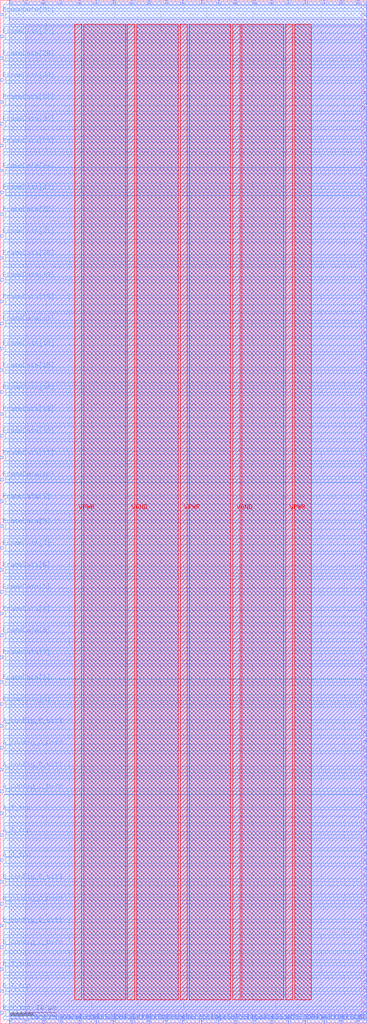
<source format=lef>
VERSION 5.7 ;
  NOWIREEXTENSIONATPIN ON ;
  DIVIDERCHAR "/" ;
  BUSBITCHARS "[]" ;
MACRO W_IO
  CLASS BLOCK ;
  FOREIGN W_IO ;
  ORIGIN 0.000 0.000 ;
  SIZE 80.000 BY 223.115 ;
  PIN A_I_top
    DIRECTION OUTPUT TRISTATE ;
    USE SIGNAL ;
    PORT
      LAYER met3 ;
        RECT 0.000 45.600 0.800 46.200 ;
    END
  END A_I_top
  PIN A_O_top
    DIRECTION INPUT ;
    USE SIGNAL ;
    PORT
      LAYER met3 ;
        RECT 0.000 35.400 0.800 36.000 ;
    END
  END A_O_top
  PIN A_T_top
    DIRECTION OUTPUT TRISTATE ;
    USE SIGNAL ;
    PORT
      LAYER met3 ;
        RECT 0.000 40.840 0.800 41.440 ;
    END
  END A_T_top
  PIN A_config_C_bit0
    DIRECTION OUTPUT TRISTATE ;
    USE SIGNAL ;
    PORT
      LAYER met3 ;
        RECT 0.000 50.360 0.800 50.960 ;
    END
  END A_config_C_bit0
  PIN A_config_C_bit1
    DIRECTION OUTPUT TRISTATE ;
    USE SIGNAL ;
    PORT
      LAYER met3 ;
        RECT 0.000 55.120 0.800 55.720 ;
    END
  END A_config_C_bit1
  PIN A_config_C_bit2
    DIRECTION OUTPUT TRISTATE ;
    USE SIGNAL ;
    PORT
      LAYER met3 ;
        RECT 0.000 59.880 0.800 60.480 ;
    END
  END A_config_C_bit2
  PIN A_config_C_bit3
    DIRECTION OUTPUT TRISTATE ;
    USE SIGNAL ;
    PORT
      LAYER met3 ;
        RECT 0.000 64.640 0.800 65.240 ;
    END
  END A_config_C_bit3
  PIN B_I_top
    DIRECTION OUTPUT TRISTATE ;
    USE SIGNAL ;
    PORT
      LAYER met3 ;
        RECT 0.000 11.600 0.800 12.200 ;
    END
  END B_I_top
  PIN B_O_top
    DIRECTION INPUT ;
    USE SIGNAL ;
    PORT
      LAYER met3 ;
        RECT 0.000 2.080 0.800 2.680 ;
    END
  END B_O_top
  PIN B_T_top
    DIRECTION OUTPUT TRISTATE ;
    USE SIGNAL ;
    PORT
      LAYER met3 ;
        RECT 0.000 6.840 0.800 7.440 ;
    END
  END B_T_top
  PIN B_config_C_bit0
    DIRECTION OUTPUT TRISTATE ;
    USE SIGNAL ;
    PORT
      LAYER met3 ;
        RECT 0.000 16.360 0.800 16.960 ;
    END
  END B_config_C_bit0
  PIN B_config_C_bit1
    DIRECTION OUTPUT TRISTATE ;
    USE SIGNAL ;
    PORT
      LAYER met3 ;
        RECT 0.000 21.120 0.800 21.720 ;
    END
  END B_config_C_bit1
  PIN B_config_C_bit2
    DIRECTION OUTPUT TRISTATE ;
    USE SIGNAL ;
    PORT
      LAYER met3 ;
        RECT 0.000 25.880 0.800 26.480 ;
    END
  END B_config_C_bit2
  PIN B_config_C_bit3
    DIRECTION OUTPUT TRISTATE ;
    USE SIGNAL ;
    PORT
      LAYER met3 ;
        RECT 0.000 30.640 0.800 31.240 ;
    END
  END B_config_C_bit3
  PIN E1BEG[0]
    DIRECTION OUTPUT TRISTATE ;
    USE SIGNAL ;
    PORT
      LAYER met3 ;
        RECT 79.200 84.360 80.000 84.960 ;
    END
  END E1BEG[0]
  PIN E1BEG[1]
    DIRECTION OUTPUT TRISTATE ;
    USE SIGNAL ;
    PORT
      LAYER met3 ;
        RECT 79.200 85.720 80.000 86.320 ;
    END
  END E1BEG[1]
  PIN E1BEG[2]
    DIRECTION OUTPUT TRISTATE ;
    USE SIGNAL ;
    PORT
      LAYER met3 ;
        RECT 79.200 87.760 80.000 88.360 ;
    END
  END E1BEG[2]
  PIN E1BEG[3]
    DIRECTION OUTPUT TRISTATE ;
    USE SIGNAL ;
    PORT
      LAYER met3 ;
        RECT 79.200 89.120 80.000 89.720 ;
    END
  END E1BEG[3]
  PIN E2BEG[0]
    DIRECTION OUTPUT TRISTATE ;
    USE SIGNAL ;
    PORT
      LAYER met3 ;
        RECT 79.200 91.160 80.000 91.760 ;
    END
  END E2BEG[0]
  PIN E2BEG[1]
    DIRECTION OUTPUT TRISTATE ;
    USE SIGNAL ;
    PORT
      LAYER met3 ;
        RECT 79.200 92.520 80.000 93.120 ;
    END
  END E2BEG[1]
  PIN E2BEG[2]
    DIRECTION OUTPUT TRISTATE ;
    USE SIGNAL ;
    PORT
      LAYER met3 ;
        RECT 79.200 94.560 80.000 95.160 ;
    END
  END E2BEG[2]
  PIN E2BEG[3]
    DIRECTION OUTPUT TRISTATE ;
    USE SIGNAL ;
    PORT
      LAYER met3 ;
        RECT 79.200 95.920 80.000 96.520 ;
    END
  END E2BEG[3]
  PIN E2BEG[4]
    DIRECTION OUTPUT TRISTATE ;
    USE SIGNAL ;
    PORT
      LAYER met3 ;
        RECT 79.200 97.960 80.000 98.560 ;
    END
  END E2BEG[4]
  PIN E2BEG[5]
    DIRECTION OUTPUT TRISTATE ;
    USE SIGNAL ;
    PORT
      LAYER met3 ;
        RECT 79.200 100.000 80.000 100.600 ;
    END
  END E2BEG[5]
  PIN E2BEG[6]
    DIRECTION OUTPUT TRISTATE ;
    USE SIGNAL ;
    PORT
      LAYER met3 ;
        RECT 79.200 101.360 80.000 101.960 ;
    END
  END E2BEG[6]
  PIN E2BEG[7]
    DIRECTION OUTPUT TRISTATE ;
    USE SIGNAL ;
    PORT
      LAYER met3 ;
        RECT 79.200 103.400 80.000 104.000 ;
    END
  END E2BEG[7]
  PIN E2BEGb[0]
    DIRECTION OUTPUT TRISTATE ;
    USE SIGNAL ;
    PORT
      LAYER met3 ;
        RECT 79.200 104.760 80.000 105.360 ;
    END
  END E2BEGb[0]
  PIN E2BEGb[1]
    DIRECTION OUTPUT TRISTATE ;
    USE SIGNAL ;
    PORT
      LAYER met3 ;
        RECT 79.200 106.800 80.000 107.400 ;
    END
  END E2BEGb[1]
  PIN E2BEGb[2]
    DIRECTION OUTPUT TRISTATE ;
    USE SIGNAL ;
    PORT
      LAYER met3 ;
        RECT 79.200 108.160 80.000 108.760 ;
    END
  END E2BEGb[2]
  PIN E2BEGb[3]
    DIRECTION OUTPUT TRISTATE ;
    USE SIGNAL ;
    PORT
      LAYER met3 ;
        RECT 79.200 110.200 80.000 110.800 ;
    END
  END E2BEGb[3]
  PIN E2BEGb[4]
    DIRECTION OUTPUT TRISTATE ;
    USE SIGNAL ;
    PORT
      LAYER met3 ;
        RECT 79.200 112.240 80.000 112.840 ;
    END
  END E2BEGb[4]
  PIN E2BEGb[5]
    DIRECTION OUTPUT TRISTATE ;
    USE SIGNAL ;
    PORT
      LAYER met3 ;
        RECT 79.200 113.600 80.000 114.200 ;
    END
  END E2BEGb[5]
  PIN E2BEGb[6]
    DIRECTION OUTPUT TRISTATE ;
    USE SIGNAL ;
    PORT
      LAYER met3 ;
        RECT 79.200 115.640 80.000 116.240 ;
    END
  END E2BEGb[6]
  PIN E2BEGb[7]
    DIRECTION OUTPUT TRISTATE ;
    USE SIGNAL ;
    PORT
      LAYER met3 ;
        RECT 79.200 117.000 80.000 117.600 ;
    END
  END E2BEGb[7]
  PIN E6BEG[0]
    DIRECTION OUTPUT TRISTATE ;
    USE SIGNAL ;
    PORT
      LAYER met3 ;
        RECT 79.200 146.920 80.000 147.520 ;
    END
  END E6BEG[0]
  PIN E6BEG[10]
    DIRECTION OUTPUT TRISTATE ;
    USE SIGNAL ;
    PORT
      LAYER met3 ;
        RECT 79.200 163.920 80.000 164.520 ;
    END
  END E6BEG[10]
  PIN E6BEG[11]
    DIRECTION OUTPUT TRISTATE ;
    USE SIGNAL ;
    PORT
      LAYER met3 ;
        RECT 79.200 165.960 80.000 166.560 ;
    END
  END E6BEG[11]
  PIN E6BEG[1]
    DIRECTION OUTPUT TRISTATE ;
    USE SIGNAL ;
    PORT
      LAYER met3 ;
        RECT 79.200 148.280 80.000 148.880 ;
    END
  END E6BEG[1]
  PIN E6BEG[2]
    DIRECTION OUTPUT TRISTATE ;
    USE SIGNAL ;
    PORT
      LAYER met3 ;
        RECT 79.200 150.320 80.000 150.920 ;
    END
  END E6BEG[2]
  PIN E6BEG[3]
    DIRECTION OUTPUT TRISTATE ;
    USE SIGNAL ;
    PORT
      LAYER met3 ;
        RECT 79.200 151.680 80.000 152.280 ;
    END
  END E6BEG[3]
  PIN E6BEG[4]
    DIRECTION OUTPUT TRISTATE ;
    USE SIGNAL ;
    PORT
      LAYER met3 ;
        RECT 79.200 153.720 80.000 154.320 ;
    END
  END E6BEG[4]
  PIN E6BEG[5]
    DIRECTION OUTPUT TRISTATE ;
    USE SIGNAL ;
    PORT
      LAYER met3 ;
        RECT 79.200 155.760 80.000 156.360 ;
    END
  END E6BEG[5]
  PIN E6BEG[6]
    DIRECTION OUTPUT TRISTATE ;
    USE SIGNAL ;
    PORT
      LAYER met3 ;
        RECT 79.200 157.120 80.000 157.720 ;
    END
  END E6BEG[6]
  PIN E6BEG[7]
    DIRECTION OUTPUT TRISTATE ;
    USE SIGNAL ;
    PORT
      LAYER met3 ;
        RECT 79.200 159.160 80.000 159.760 ;
    END
  END E6BEG[7]
  PIN E6BEG[8]
    DIRECTION OUTPUT TRISTATE ;
    USE SIGNAL ;
    PORT
      LAYER met3 ;
        RECT 79.200 160.520 80.000 161.120 ;
    END
  END E6BEG[8]
  PIN E6BEG[9]
    DIRECTION OUTPUT TRISTATE ;
    USE SIGNAL ;
    PORT
      LAYER met3 ;
        RECT 79.200 162.560 80.000 163.160 ;
    END
  END E6BEG[9]
  PIN EE4BEG[0]
    DIRECTION OUTPUT TRISTATE ;
    USE SIGNAL ;
    PORT
      LAYER met3 ;
        RECT 79.200 119.040 80.000 119.640 ;
    END
  END EE4BEG[0]
  PIN EE4BEG[10]
    DIRECTION OUTPUT TRISTATE ;
    USE SIGNAL ;
    PORT
      LAYER met3 ;
        RECT 79.200 136.040 80.000 136.640 ;
    END
  END EE4BEG[10]
  PIN EE4BEG[11]
    DIRECTION OUTPUT TRISTATE ;
    USE SIGNAL ;
    PORT
      LAYER met3 ;
        RECT 79.200 138.080 80.000 138.680 ;
    END
  END EE4BEG[11]
  PIN EE4BEG[12]
    DIRECTION OUTPUT TRISTATE ;
    USE SIGNAL ;
    PORT
      LAYER met3 ;
        RECT 79.200 140.120 80.000 140.720 ;
    END
  END EE4BEG[12]
  PIN EE4BEG[13]
    DIRECTION OUTPUT TRISTATE ;
    USE SIGNAL ;
    PORT
      LAYER met3 ;
        RECT 79.200 141.480 80.000 142.080 ;
    END
  END EE4BEG[13]
  PIN EE4BEG[14]
    DIRECTION OUTPUT TRISTATE ;
    USE SIGNAL ;
    PORT
      LAYER met3 ;
        RECT 79.200 143.520 80.000 144.120 ;
    END
  END EE4BEG[14]
  PIN EE4BEG[15]
    DIRECTION OUTPUT TRISTATE ;
    USE SIGNAL ;
    PORT
      LAYER met3 ;
        RECT 79.200 144.880 80.000 145.480 ;
    END
  END EE4BEG[15]
  PIN EE4BEG[1]
    DIRECTION OUTPUT TRISTATE ;
    USE SIGNAL ;
    PORT
      LAYER met3 ;
        RECT 79.200 120.400 80.000 121.000 ;
    END
  END EE4BEG[1]
  PIN EE4BEG[2]
    DIRECTION OUTPUT TRISTATE ;
    USE SIGNAL ;
    PORT
      LAYER met3 ;
        RECT 79.200 122.440 80.000 123.040 ;
    END
  END EE4BEG[2]
  PIN EE4BEG[3]
    DIRECTION OUTPUT TRISTATE ;
    USE SIGNAL ;
    PORT
      LAYER met3 ;
        RECT 79.200 123.800 80.000 124.400 ;
    END
  END EE4BEG[3]
  PIN EE4BEG[4]
    DIRECTION OUTPUT TRISTATE ;
    USE SIGNAL ;
    PORT
      LAYER met3 ;
        RECT 79.200 125.840 80.000 126.440 ;
    END
  END EE4BEG[4]
  PIN EE4BEG[5]
    DIRECTION OUTPUT TRISTATE ;
    USE SIGNAL ;
    PORT
      LAYER met3 ;
        RECT 79.200 127.880 80.000 128.480 ;
    END
  END EE4BEG[5]
  PIN EE4BEG[6]
    DIRECTION OUTPUT TRISTATE ;
    USE SIGNAL ;
    PORT
      LAYER met3 ;
        RECT 79.200 129.240 80.000 129.840 ;
    END
  END EE4BEG[6]
  PIN EE4BEG[7]
    DIRECTION OUTPUT TRISTATE ;
    USE SIGNAL ;
    PORT
      LAYER met3 ;
        RECT 79.200 131.280 80.000 131.880 ;
    END
  END EE4BEG[7]
  PIN EE4BEG[8]
    DIRECTION OUTPUT TRISTATE ;
    USE SIGNAL ;
    PORT
      LAYER met3 ;
        RECT 79.200 132.640 80.000 133.240 ;
    END
  END EE4BEG[8]
  PIN EE4BEG[9]
    DIRECTION OUTPUT TRISTATE ;
    USE SIGNAL ;
    PORT
      LAYER met3 ;
        RECT 79.200 134.680 80.000 135.280 ;
    END
  END EE4BEG[9]
  PIN FrameData[0]
    DIRECTION INPUT ;
    USE SIGNAL ;
    PORT
      LAYER met3 ;
        RECT 0.000 69.400 0.800 70.000 ;
    END
  END FrameData[0]
  PIN FrameData[10]
    DIRECTION INPUT ;
    USE SIGNAL ;
    PORT
      LAYER met3 ;
        RECT 0.000 118.360 0.800 118.960 ;
    END
  END FrameData[10]
  PIN FrameData[11]
    DIRECTION INPUT ;
    USE SIGNAL ;
    PORT
      LAYER met3 ;
        RECT 0.000 123.120 0.800 123.720 ;
    END
  END FrameData[11]
  PIN FrameData[12]
    DIRECTION INPUT ;
    USE SIGNAL ;
    PORT
      LAYER met3 ;
        RECT 0.000 127.880 0.800 128.480 ;
    END
  END FrameData[12]
  PIN FrameData[13]
    DIRECTION INPUT ;
    USE SIGNAL ;
    PORT
      LAYER met3 ;
        RECT 0.000 132.640 0.800 133.240 ;
    END
  END FrameData[13]
  PIN FrameData[14]
    DIRECTION INPUT ;
    USE SIGNAL ;
    PORT
      LAYER met3 ;
        RECT 0.000 137.400 0.800 138.000 ;
    END
  END FrameData[14]
  PIN FrameData[15]
    DIRECTION INPUT ;
    USE SIGNAL ;
    PORT
      LAYER met3 ;
        RECT 0.000 142.160 0.800 142.760 ;
    END
  END FrameData[15]
  PIN FrameData[16]
    DIRECTION INPUT ;
    USE SIGNAL ;
    PORT
      LAYER met3 ;
        RECT 0.000 146.920 0.800 147.520 ;
    END
  END FrameData[16]
  PIN FrameData[17]
    DIRECTION INPUT ;
    USE SIGNAL ;
    PORT
      LAYER met3 ;
        RECT 0.000 152.360 0.800 152.960 ;
    END
  END FrameData[17]
  PIN FrameData[18]
    DIRECTION INPUT ;
    USE SIGNAL ;
    PORT
      LAYER met3 ;
        RECT 0.000 157.120 0.800 157.720 ;
    END
  END FrameData[18]
  PIN FrameData[19]
    DIRECTION INPUT ;
    USE SIGNAL ;
    PORT
      LAYER met3 ;
        RECT 0.000 161.880 0.800 162.480 ;
    END
  END FrameData[19]
  PIN FrameData[1]
    DIRECTION INPUT ;
    USE SIGNAL ;
    PORT
      LAYER met3 ;
        RECT 0.000 74.160 0.800 74.760 ;
    END
  END FrameData[1]
  PIN FrameData[20]
    DIRECTION INPUT ;
    USE SIGNAL ;
    PORT
      LAYER met3 ;
        RECT 0.000 166.640 0.800 167.240 ;
    END
  END FrameData[20]
  PIN FrameData[21]
    DIRECTION INPUT ;
    USE SIGNAL ;
    PORT
      LAYER met3 ;
        RECT 0.000 171.400 0.800 172.000 ;
    END
  END FrameData[21]
  PIN FrameData[22]
    DIRECTION INPUT ;
    USE SIGNAL ;
    PORT
      LAYER met3 ;
        RECT 0.000 176.160 0.800 176.760 ;
    END
  END FrameData[22]
  PIN FrameData[23]
    DIRECTION INPUT ;
    USE SIGNAL ;
    PORT
      LAYER met3 ;
        RECT 0.000 180.920 0.800 181.520 ;
    END
  END FrameData[23]
  PIN FrameData[24]
    DIRECTION INPUT ;
    USE SIGNAL ;
    PORT
      LAYER met3 ;
        RECT 0.000 185.680 0.800 186.280 ;
    END
  END FrameData[24]
  PIN FrameData[25]
    DIRECTION INPUT ;
    USE SIGNAL ;
    PORT
      LAYER met3 ;
        RECT 0.000 191.120 0.800 191.720 ;
    END
  END FrameData[25]
  PIN FrameData[26]
    DIRECTION INPUT ;
    USE SIGNAL ;
    PORT
      LAYER met3 ;
        RECT 0.000 195.880 0.800 196.480 ;
    END
  END FrameData[26]
  PIN FrameData[27]
    DIRECTION INPUT ;
    USE SIGNAL ;
    PORT
      LAYER met3 ;
        RECT 0.000 200.640 0.800 201.240 ;
    END
  END FrameData[27]
  PIN FrameData[28]
    DIRECTION INPUT ;
    USE SIGNAL ;
    PORT
      LAYER met3 ;
        RECT 0.000 205.400 0.800 206.000 ;
    END
  END FrameData[28]
  PIN FrameData[29]
    DIRECTION INPUT ;
    USE SIGNAL ;
    PORT
      LAYER met3 ;
        RECT 0.000 210.160 0.800 210.760 ;
    END
  END FrameData[29]
  PIN FrameData[2]
    DIRECTION INPUT ;
    USE SIGNAL ;
    PORT
      LAYER met3 ;
        RECT 0.000 79.600 0.800 80.200 ;
    END
  END FrameData[2]
  PIN FrameData[30]
    DIRECTION INPUT ;
    USE SIGNAL ;
    PORT
      LAYER met3 ;
        RECT 0.000 214.920 0.800 215.520 ;
    END
  END FrameData[30]
  PIN FrameData[31]
    DIRECTION INPUT ;
    USE SIGNAL ;
    PORT
      LAYER met3 ;
        RECT 0.000 219.680 0.800 220.280 ;
    END
  END FrameData[31]
  PIN FrameData[3]
    DIRECTION INPUT ;
    USE SIGNAL ;
    PORT
      LAYER met3 ;
        RECT 0.000 84.360 0.800 84.960 ;
    END
  END FrameData[3]
  PIN FrameData[4]
    DIRECTION INPUT ;
    USE SIGNAL ;
    PORT
      LAYER met3 ;
        RECT 0.000 89.120 0.800 89.720 ;
    END
  END FrameData[4]
  PIN FrameData[5]
    DIRECTION INPUT ;
    USE SIGNAL ;
    PORT
      LAYER met3 ;
        RECT 0.000 93.880 0.800 94.480 ;
    END
  END FrameData[5]
  PIN FrameData[6]
    DIRECTION INPUT ;
    USE SIGNAL ;
    PORT
      LAYER met3 ;
        RECT 0.000 98.640 0.800 99.240 ;
    END
  END FrameData[6]
  PIN FrameData[7]
    DIRECTION INPUT ;
    USE SIGNAL ;
    PORT
      LAYER met3 ;
        RECT 0.000 103.400 0.800 104.000 ;
    END
  END FrameData[7]
  PIN FrameData[8]
    DIRECTION INPUT ;
    USE SIGNAL ;
    PORT
      LAYER met3 ;
        RECT 0.000 108.160 0.800 108.760 ;
    END
  END FrameData[8]
  PIN FrameData[9]
    DIRECTION INPUT ;
    USE SIGNAL ;
    PORT
      LAYER met3 ;
        RECT 0.000 113.600 0.800 114.200 ;
    END
  END FrameData[9]
  PIN FrameData_O[0]
    DIRECTION OUTPUT TRISTATE ;
    USE SIGNAL ;
    PORT
      LAYER met3 ;
        RECT 79.200 168.000 80.000 168.600 ;
    END
  END FrameData_O[0]
  PIN FrameData_O[10]
    DIRECTION OUTPUT TRISTATE ;
    USE SIGNAL ;
    PORT
      LAYER met3 ;
        RECT 79.200 185.000 80.000 185.600 ;
    END
  END FrameData_O[10]
  PIN FrameData_O[11]
    DIRECTION OUTPUT TRISTATE ;
    USE SIGNAL ;
    PORT
      LAYER met3 ;
        RECT 79.200 187.040 80.000 187.640 ;
    END
  END FrameData_O[11]
  PIN FrameData_O[12]
    DIRECTION OUTPUT TRISTATE ;
    USE SIGNAL ;
    PORT
      LAYER met3 ;
        RECT 79.200 188.400 80.000 189.000 ;
    END
  END FrameData_O[12]
  PIN FrameData_O[13]
    DIRECTION OUTPUT TRISTATE ;
    USE SIGNAL ;
    PORT
      LAYER met3 ;
        RECT 79.200 190.440 80.000 191.040 ;
    END
  END FrameData_O[13]
  PIN FrameData_O[14]
    DIRECTION OUTPUT TRISTATE ;
    USE SIGNAL ;
    PORT
      LAYER met3 ;
        RECT 79.200 191.800 80.000 192.400 ;
    END
  END FrameData_O[14]
  PIN FrameData_O[15]
    DIRECTION OUTPUT TRISTATE ;
    USE SIGNAL ;
    PORT
      LAYER met3 ;
        RECT 79.200 193.840 80.000 194.440 ;
    END
  END FrameData_O[15]
  PIN FrameData_O[16]
    DIRECTION OUTPUT TRISTATE ;
    USE SIGNAL ;
    PORT
      LAYER met3 ;
        RECT 79.200 195.880 80.000 196.480 ;
    END
  END FrameData_O[16]
  PIN FrameData_O[17]
    DIRECTION OUTPUT TRISTATE ;
    USE SIGNAL ;
    PORT
      LAYER met3 ;
        RECT 79.200 197.240 80.000 197.840 ;
    END
  END FrameData_O[17]
  PIN FrameData_O[18]
    DIRECTION OUTPUT TRISTATE ;
    USE SIGNAL ;
    PORT
      LAYER met3 ;
        RECT 79.200 199.280 80.000 199.880 ;
    END
  END FrameData_O[18]
  PIN FrameData_O[19]
    DIRECTION OUTPUT TRISTATE ;
    USE SIGNAL ;
    PORT
      LAYER met3 ;
        RECT 79.200 200.640 80.000 201.240 ;
    END
  END FrameData_O[19]
  PIN FrameData_O[1]
    DIRECTION OUTPUT TRISTATE ;
    USE SIGNAL ;
    PORT
      LAYER met3 ;
        RECT 79.200 169.360 80.000 169.960 ;
    END
  END FrameData_O[1]
  PIN FrameData_O[20]
    DIRECTION OUTPUT TRISTATE ;
    USE SIGNAL ;
    PORT
      LAYER met3 ;
        RECT 79.200 202.680 80.000 203.280 ;
    END
  END FrameData_O[20]
  PIN FrameData_O[21]
    DIRECTION OUTPUT TRISTATE ;
    USE SIGNAL ;
    PORT
      LAYER met3 ;
        RECT 79.200 204.040 80.000 204.640 ;
    END
  END FrameData_O[21]
  PIN FrameData_O[22]
    DIRECTION OUTPUT TRISTATE ;
    USE SIGNAL ;
    PORT
      LAYER met3 ;
        RECT 79.200 206.080 80.000 206.680 ;
    END
  END FrameData_O[22]
  PIN FrameData_O[23]
    DIRECTION OUTPUT TRISTATE ;
    USE SIGNAL ;
    PORT
      LAYER met3 ;
        RECT 79.200 207.440 80.000 208.040 ;
    END
  END FrameData_O[23]
  PIN FrameData_O[24]
    DIRECTION OUTPUT TRISTATE ;
    USE SIGNAL ;
    PORT
      LAYER met3 ;
        RECT 79.200 209.480 80.000 210.080 ;
    END
  END FrameData_O[24]
  PIN FrameData_O[25]
    DIRECTION OUTPUT TRISTATE ;
    USE SIGNAL ;
    PORT
      LAYER met3 ;
        RECT 79.200 211.520 80.000 212.120 ;
    END
  END FrameData_O[25]
  PIN FrameData_O[26]
    DIRECTION OUTPUT TRISTATE ;
    USE SIGNAL ;
    PORT
      LAYER met3 ;
        RECT 79.200 212.880 80.000 213.480 ;
    END
  END FrameData_O[26]
  PIN FrameData_O[27]
    DIRECTION OUTPUT TRISTATE ;
    USE SIGNAL ;
    PORT
      LAYER met3 ;
        RECT 79.200 214.920 80.000 215.520 ;
    END
  END FrameData_O[27]
  PIN FrameData_O[28]
    DIRECTION OUTPUT TRISTATE ;
    USE SIGNAL ;
    PORT
      LAYER met3 ;
        RECT 79.200 216.280 80.000 216.880 ;
    END
  END FrameData_O[28]
  PIN FrameData_O[29]
    DIRECTION OUTPUT TRISTATE ;
    USE SIGNAL ;
    PORT
      LAYER met3 ;
        RECT 79.200 218.320 80.000 218.920 ;
    END
  END FrameData_O[29]
  PIN FrameData_O[2]
    DIRECTION OUTPUT TRISTATE ;
    USE SIGNAL ;
    PORT
      LAYER met3 ;
        RECT 79.200 171.400 80.000 172.000 ;
    END
  END FrameData_O[2]
  PIN FrameData_O[30]
    DIRECTION OUTPUT TRISTATE ;
    USE SIGNAL ;
    PORT
      LAYER met3 ;
        RECT 79.200 219.680 80.000 220.280 ;
    END
  END FrameData_O[30]
  PIN FrameData_O[31]
    DIRECTION OUTPUT TRISTATE ;
    USE SIGNAL ;
    PORT
      LAYER met3 ;
        RECT 79.200 221.720 80.000 222.320 ;
    END
  END FrameData_O[31]
  PIN FrameData_O[3]
    DIRECTION OUTPUT TRISTATE ;
    USE SIGNAL ;
    PORT
      LAYER met3 ;
        RECT 79.200 172.760 80.000 173.360 ;
    END
  END FrameData_O[3]
  PIN FrameData_O[4]
    DIRECTION OUTPUT TRISTATE ;
    USE SIGNAL ;
    PORT
      LAYER met3 ;
        RECT 79.200 174.800 80.000 175.400 ;
    END
  END FrameData_O[4]
  PIN FrameData_O[5]
    DIRECTION OUTPUT TRISTATE ;
    USE SIGNAL ;
    PORT
      LAYER met3 ;
        RECT 79.200 176.160 80.000 176.760 ;
    END
  END FrameData_O[5]
  PIN FrameData_O[6]
    DIRECTION OUTPUT TRISTATE ;
    USE SIGNAL ;
    PORT
      LAYER met3 ;
        RECT 79.200 178.200 80.000 178.800 ;
    END
  END FrameData_O[6]
  PIN FrameData_O[7]
    DIRECTION OUTPUT TRISTATE ;
    USE SIGNAL ;
    PORT
      LAYER met3 ;
        RECT 79.200 179.560 80.000 180.160 ;
    END
  END FrameData_O[7]
  PIN FrameData_O[8]
    DIRECTION OUTPUT TRISTATE ;
    USE SIGNAL ;
    PORT
      LAYER met3 ;
        RECT 79.200 181.600 80.000 182.200 ;
    END
  END FrameData_O[8]
  PIN FrameData_O[9]
    DIRECTION OUTPUT TRISTATE ;
    USE SIGNAL ;
    PORT
      LAYER met3 ;
        RECT 79.200 183.640 80.000 184.240 ;
    END
  END FrameData_O[9]
  PIN FrameStrobe[0]
    DIRECTION INPUT ;
    USE SIGNAL ;
    PORT
      LAYER met2 ;
        RECT 5.610 0.000 5.890 0.800 ;
    END
  END FrameStrobe[0]
  PIN FrameStrobe[10]
    DIRECTION INPUT ;
    USE SIGNAL ;
    PORT
      LAYER met2 ;
        RECT 43.790 0.000 44.070 0.800 ;
    END
  END FrameStrobe[10]
  PIN FrameStrobe[11]
    DIRECTION INPUT ;
    USE SIGNAL ;
    PORT
      LAYER met2 ;
        RECT 47.470 0.000 47.750 0.800 ;
    END
  END FrameStrobe[11]
  PIN FrameStrobe[12]
    DIRECTION INPUT ;
    USE SIGNAL ;
    PORT
      LAYER met2 ;
        RECT 51.150 0.000 51.430 0.800 ;
    END
  END FrameStrobe[12]
  PIN FrameStrobe[13]
    DIRECTION INPUT ;
    USE SIGNAL ;
    PORT
      LAYER met2 ;
        RECT 55.290 0.000 55.570 0.800 ;
    END
  END FrameStrobe[13]
  PIN FrameStrobe[14]
    DIRECTION INPUT ;
    USE SIGNAL ;
    PORT
      LAYER met2 ;
        RECT 58.970 0.000 59.250 0.800 ;
    END
  END FrameStrobe[14]
  PIN FrameStrobe[15]
    DIRECTION INPUT ;
    USE SIGNAL ;
    PORT
      LAYER met2 ;
        RECT 62.650 0.000 62.930 0.800 ;
    END
  END FrameStrobe[15]
  PIN FrameStrobe[16]
    DIRECTION INPUT ;
    USE SIGNAL ;
    PORT
      LAYER met2 ;
        RECT 66.330 0.000 66.610 0.800 ;
    END
  END FrameStrobe[16]
  PIN FrameStrobe[17]
    DIRECTION INPUT ;
    USE SIGNAL ;
    PORT
      LAYER met2 ;
        RECT 70.470 0.000 70.750 0.800 ;
    END
  END FrameStrobe[17]
  PIN FrameStrobe[18]
    DIRECTION INPUT ;
    USE SIGNAL ;
    PORT
      LAYER met2 ;
        RECT 74.150 0.000 74.430 0.800 ;
    END
  END FrameStrobe[18]
  PIN FrameStrobe[19]
    DIRECTION INPUT ;
    USE SIGNAL ;
    PORT
      LAYER met2 ;
        RECT 77.830 0.000 78.110 0.800 ;
    END
  END FrameStrobe[19]
  PIN FrameStrobe[1]
    DIRECTION INPUT ;
    USE SIGNAL ;
    PORT
      LAYER met2 ;
        RECT 9.290 0.000 9.570 0.800 ;
    END
  END FrameStrobe[1]
  PIN FrameStrobe[2]
    DIRECTION INPUT ;
    USE SIGNAL ;
    PORT
      LAYER met2 ;
        RECT 12.970 0.000 13.250 0.800 ;
    END
  END FrameStrobe[2]
  PIN FrameStrobe[3]
    DIRECTION INPUT ;
    USE SIGNAL ;
    PORT
      LAYER met2 ;
        RECT 17.110 0.000 17.390 0.800 ;
    END
  END FrameStrobe[3]
  PIN FrameStrobe[4]
    DIRECTION INPUT ;
    USE SIGNAL ;
    PORT
      LAYER met2 ;
        RECT 20.790 0.000 21.070 0.800 ;
    END
  END FrameStrobe[4]
  PIN FrameStrobe[5]
    DIRECTION INPUT ;
    USE SIGNAL ;
    PORT
      LAYER met2 ;
        RECT 24.470 0.000 24.750 0.800 ;
    END
  END FrameStrobe[5]
  PIN FrameStrobe[6]
    DIRECTION INPUT ;
    USE SIGNAL ;
    PORT
      LAYER met2 ;
        RECT 28.610 0.000 28.890 0.800 ;
    END
  END FrameStrobe[6]
  PIN FrameStrobe[7]
    DIRECTION INPUT ;
    USE SIGNAL ;
    PORT
      LAYER met2 ;
        RECT 32.290 0.000 32.570 0.800 ;
    END
  END FrameStrobe[7]
  PIN FrameStrobe[8]
    DIRECTION INPUT ;
    USE SIGNAL ;
    PORT
      LAYER met2 ;
        RECT 35.970 0.000 36.250 0.800 ;
    END
  END FrameStrobe[8]
  PIN FrameStrobe[9]
    DIRECTION INPUT ;
    USE SIGNAL ;
    PORT
      LAYER met2 ;
        RECT 39.650 0.000 39.930 0.800 ;
    END
  END FrameStrobe[9]
  PIN FrameStrobe_O[0]
    DIRECTION OUTPUT TRISTATE ;
    USE SIGNAL ;
    PORT
      LAYER met2 ;
        RECT 5.610 222.315 5.890 223.115 ;
    END
  END FrameStrobe_O[0]
  PIN FrameStrobe_O[10]
    DIRECTION OUTPUT TRISTATE ;
    USE SIGNAL ;
    PORT
      LAYER met2 ;
        RECT 43.790 222.315 44.070 223.115 ;
    END
  END FrameStrobe_O[10]
  PIN FrameStrobe_O[11]
    DIRECTION OUTPUT TRISTATE ;
    USE SIGNAL ;
    PORT
      LAYER met2 ;
        RECT 47.470 222.315 47.750 223.115 ;
    END
  END FrameStrobe_O[11]
  PIN FrameStrobe_O[12]
    DIRECTION OUTPUT TRISTATE ;
    USE SIGNAL ;
    PORT
      LAYER met2 ;
        RECT 51.150 222.315 51.430 223.115 ;
    END
  END FrameStrobe_O[12]
  PIN FrameStrobe_O[13]
    DIRECTION OUTPUT TRISTATE ;
    USE SIGNAL ;
    PORT
      LAYER met2 ;
        RECT 55.290 222.315 55.570 223.115 ;
    END
  END FrameStrobe_O[13]
  PIN FrameStrobe_O[14]
    DIRECTION OUTPUT TRISTATE ;
    USE SIGNAL ;
    PORT
      LAYER met2 ;
        RECT 58.970 222.315 59.250 223.115 ;
    END
  END FrameStrobe_O[14]
  PIN FrameStrobe_O[15]
    DIRECTION OUTPUT TRISTATE ;
    USE SIGNAL ;
    PORT
      LAYER met2 ;
        RECT 62.650 222.315 62.930 223.115 ;
    END
  END FrameStrobe_O[15]
  PIN FrameStrobe_O[16]
    DIRECTION OUTPUT TRISTATE ;
    USE SIGNAL ;
    PORT
      LAYER met2 ;
        RECT 66.330 222.315 66.610 223.115 ;
    END
  END FrameStrobe_O[16]
  PIN FrameStrobe_O[17]
    DIRECTION OUTPUT TRISTATE ;
    USE SIGNAL ;
    PORT
      LAYER met2 ;
        RECT 70.470 222.315 70.750 223.115 ;
    END
  END FrameStrobe_O[17]
  PIN FrameStrobe_O[18]
    DIRECTION OUTPUT TRISTATE ;
    USE SIGNAL ;
    PORT
      LAYER met2 ;
        RECT 74.150 222.315 74.430 223.115 ;
    END
  END FrameStrobe_O[18]
  PIN FrameStrobe_O[19]
    DIRECTION OUTPUT TRISTATE ;
    USE SIGNAL ;
    PORT
      LAYER met2 ;
        RECT 77.830 222.315 78.110 223.115 ;
    END
  END FrameStrobe_O[19]
  PIN FrameStrobe_O[1]
    DIRECTION OUTPUT TRISTATE ;
    USE SIGNAL ;
    PORT
      LAYER met2 ;
        RECT 9.290 222.315 9.570 223.115 ;
    END
  END FrameStrobe_O[1]
  PIN FrameStrobe_O[2]
    DIRECTION OUTPUT TRISTATE ;
    USE SIGNAL ;
    PORT
      LAYER met2 ;
        RECT 12.970 222.315 13.250 223.115 ;
    END
  END FrameStrobe_O[2]
  PIN FrameStrobe_O[3]
    DIRECTION OUTPUT TRISTATE ;
    USE SIGNAL ;
    PORT
      LAYER met2 ;
        RECT 17.110 222.315 17.390 223.115 ;
    END
  END FrameStrobe_O[3]
  PIN FrameStrobe_O[4]
    DIRECTION OUTPUT TRISTATE ;
    USE SIGNAL ;
    PORT
      LAYER met2 ;
        RECT 20.790 222.315 21.070 223.115 ;
    END
  END FrameStrobe_O[4]
  PIN FrameStrobe_O[5]
    DIRECTION OUTPUT TRISTATE ;
    USE SIGNAL ;
    PORT
      LAYER met2 ;
        RECT 24.470 222.315 24.750 223.115 ;
    END
  END FrameStrobe_O[5]
  PIN FrameStrobe_O[6]
    DIRECTION OUTPUT TRISTATE ;
    USE SIGNAL ;
    PORT
      LAYER met2 ;
        RECT 28.610 222.315 28.890 223.115 ;
    END
  END FrameStrobe_O[6]
  PIN FrameStrobe_O[7]
    DIRECTION OUTPUT TRISTATE ;
    USE SIGNAL ;
    PORT
      LAYER met2 ;
        RECT 32.290 222.315 32.570 223.115 ;
    END
  END FrameStrobe_O[7]
  PIN FrameStrobe_O[8]
    DIRECTION OUTPUT TRISTATE ;
    USE SIGNAL ;
    PORT
      LAYER met2 ;
        RECT 35.970 222.315 36.250 223.115 ;
    END
  END FrameStrobe_O[8]
  PIN FrameStrobe_O[9]
    DIRECTION OUTPUT TRISTATE ;
    USE SIGNAL ;
    PORT
      LAYER met2 ;
        RECT 39.650 222.315 39.930 223.115 ;
    END
  END FrameStrobe_O[9]
  PIN UserCLK
    DIRECTION INPUT ;
    USE SIGNAL ;
    PORT
      LAYER met2 ;
        RECT 1.930 0.000 2.210 0.800 ;
    END
  END UserCLK
  PIN UserCLKo
    DIRECTION OUTPUT TRISTATE ;
    USE SIGNAL ;
    PORT
      LAYER met2 ;
        RECT 1.930 222.315 2.210 223.115 ;
    END
  END UserCLKo
  PIN VGND
    DIRECTION INPUT ;
    USE GROUND ;
    PORT
      LAYER met4 ;
        RECT 27.705 5.200 29.305 217.840 ;
    END
    PORT
      LAYER met4 ;
        RECT 50.690 5.200 52.290 217.840 ;
    END
  END VGND
  PIN VPWR
    DIRECTION INPUT ;
    USE POWER ;
    PORT
      LAYER met4 ;
        RECT 16.215 5.200 17.815 217.840 ;
    END
    PORT
      LAYER met4 ;
        RECT 39.200 5.200 40.800 217.840 ;
    END
    PORT
      LAYER met4 ;
        RECT 62.185 5.200 63.785 217.840 ;
    END
  END VPWR
  PIN W1END[0]
    DIRECTION INPUT ;
    USE SIGNAL ;
    PORT
      LAYER met3 ;
        RECT 79.200 0.720 80.000 1.320 ;
    END
  END W1END[0]
  PIN W1END[1]
    DIRECTION INPUT ;
    USE SIGNAL ;
    PORT
      LAYER met3 ;
        RECT 79.200 2.080 80.000 2.680 ;
    END
  END W1END[1]
  PIN W1END[2]
    DIRECTION INPUT ;
    USE SIGNAL ;
    PORT
      LAYER met3 ;
        RECT 79.200 4.120 80.000 4.720 ;
    END
  END W1END[2]
  PIN W1END[3]
    DIRECTION INPUT ;
    USE SIGNAL ;
    PORT
      LAYER met3 ;
        RECT 79.200 5.480 80.000 6.080 ;
    END
  END W1END[3]
  PIN W2END[0]
    DIRECTION INPUT ;
    USE SIGNAL ;
    PORT
      LAYER met3 ;
        RECT 79.200 21.120 80.000 21.720 ;
    END
  END W2END[0]
  PIN W2END[1]
    DIRECTION INPUT ;
    USE SIGNAL ;
    PORT
      LAYER met3 ;
        RECT 79.200 23.160 80.000 23.760 ;
    END
  END W2END[1]
  PIN W2END[2]
    DIRECTION INPUT ;
    USE SIGNAL ;
    PORT
      LAYER met3 ;
        RECT 79.200 24.520 80.000 25.120 ;
    END
  END W2END[2]
  PIN W2END[3]
    DIRECTION INPUT ;
    USE SIGNAL ;
    PORT
      LAYER met3 ;
        RECT 79.200 26.560 80.000 27.160 ;
    END
  END W2END[3]
  PIN W2END[4]
    DIRECTION INPUT ;
    USE SIGNAL ;
    PORT
      LAYER met3 ;
        RECT 79.200 28.600 80.000 29.200 ;
    END
  END W2END[4]
  PIN W2END[5]
    DIRECTION INPUT ;
    USE SIGNAL ;
    PORT
      LAYER met3 ;
        RECT 79.200 29.960 80.000 30.560 ;
    END
  END W2END[5]
  PIN W2END[6]
    DIRECTION INPUT ;
    USE SIGNAL ;
    PORT
      LAYER met3 ;
        RECT 79.200 32.000 80.000 32.600 ;
    END
  END W2END[6]
  PIN W2END[7]
    DIRECTION INPUT ;
    USE SIGNAL ;
    PORT
      LAYER met3 ;
        RECT 79.200 33.360 80.000 33.960 ;
    END
  END W2END[7]
  PIN W2MID[0]
    DIRECTION INPUT ;
    USE SIGNAL ;
    PORT
      LAYER met3 ;
        RECT 79.200 7.520 80.000 8.120 ;
    END
  END W2MID[0]
  PIN W2MID[1]
    DIRECTION INPUT ;
    USE SIGNAL ;
    PORT
      LAYER met3 ;
        RECT 79.200 8.880 80.000 9.480 ;
    END
  END W2MID[1]
  PIN W2MID[2]
    DIRECTION INPUT ;
    USE SIGNAL ;
    PORT
      LAYER met3 ;
        RECT 79.200 10.920 80.000 11.520 ;
    END
  END W2MID[2]
  PIN W2MID[3]
    DIRECTION INPUT ;
    USE SIGNAL ;
    PORT
      LAYER met3 ;
        RECT 79.200 12.280 80.000 12.880 ;
    END
  END W2MID[3]
  PIN W2MID[4]
    DIRECTION INPUT ;
    USE SIGNAL ;
    PORT
      LAYER met3 ;
        RECT 79.200 14.320 80.000 14.920 ;
    END
  END W2MID[4]
  PIN W2MID[5]
    DIRECTION INPUT ;
    USE SIGNAL ;
    PORT
      LAYER met3 ;
        RECT 79.200 16.360 80.000 16.960 ;
    END
  END W2MID[5]
  PIN W2MID[6]
    DIRECTION INPUT ;
    USE SIGNAL ;
    PORT
      LAYER met3 ;
        RECT 79.200 17.720 80.000 18.320 ;
    END
  END W2MID[6]
  PIN W2MID[7]
    DIRECTION INPUT ;
    USE SIGNAL ;
    PORT
      LAYER met3 ;
        RECT 79.200 19.760 80.000 20.360 ;
    END
  END W2MID[7]
  PIN W6END[0]
    DIRECTION INPUT ;
    USE SIGNAL ;
    PORT
      LAYER met3 ;
        RECT 79.200 63.280 80.000 63.880 ;
    END
  END W6END[0]
  PIN W6END[10]
    DIRECTION INPUT ;
    USE SIGNAL ;
    PORT
      LAYER met3 ;
        RECT 79.200 80.280 80.000 80.880 ;
    END
  END W6END[10]
  PIN W6END[11]
    DIRECTION INPUT ;
    USE SIGNAL ;
    PORT
      LAYER met3 ;
        RECT 79.200 82.320 80.000 82.920 ;
    END
  END W6END[11]
  PIN W6END[1]
    DIRECTION INPUT ;
    USE SIGNAL ;
    PORT
      LAYER met3 ;
        RECT 79.200 64.640 80.000 65.240 ;
    END
  END W6END[1]
  PIN W6END[2]
    DIRECTION INPUT ;
    USE SIGNAL ;
    PORT
      LAYER met3 ;
        RECT 79.200 66.680 80.000 67.280 ;
    END
  END W6END[2]
  PIN W6END[3]
    DIRECTION INPUT ;
    USE SIGNAL ;
    PORT
      LAYER met3 ;
        RECT 79.200 68.040 80.000 68.640 ;
    END
  END W6END[3]
  PIN W6END[4]
    DIRECTION INPUT ;
    USE SIGNAL ;
    PORT
      LAYER met3 ;
        RECT 79.200 70.080 80.000 70.680 ;
    END
  END W6END[4]
  PIN W6END[5]
    DIRECTION INPUT ;
    USE SIGNAL ;
    PORT
      LAYER met3 ;
        RECT 79.200 72.120 80.000 72.720 ;
    END
  END W6END[5]
  PIN W6END[6]
    DIRECTION INPUT ;
    USE SIGNAL ;
    PORT
      LAYER met3 ;
        RECT 79.200 73.480 80.000 74.080 ;
    END
  END W6END[6]
  PIN W6END[7]
    DIRECTION INPUT ;
    USE SIGNAL ;
    PORT
      LAYER met3 ;
        RECT 79.200 75.520 80.000 76.120 ;
    END
  END W6END[7]
  PIN W6END[8]
    DIRECTION INPUT ;
    USE SIGNAL ;
    PORT
      LAYER met3 ;
        RECT 79.200 76.880 80.000 77.480 ;
    END
  END W6END[8]
  PIN W6END[9]
    DIRECTION INPUT ;
    USE SIGNAL ;
    PORT
      LAYER met3 ;
        RECT 79.200 78.920 80.000 79.520 ;
    END
  END W6END[9]
  PIN WW4END[0]
    DIRECTION INPUT ;
    USE SIGNAL ;
    PORT
      LAYER met3 ;
        RECT 79.200 35.400 80.000 36.000 ;
    END
  END WW4END[0]
  PIN WW4END[10]
    DIRECTION INPUT ;
    USE SIGNAL ;
    PORT
      LAYER met3 ;
        RECT 79.200 52.400 80.000 53.000 ;
    END
  END WW4END[10]
  PIN WW4END[11]
    DIRECTION INPUT ;
    USE SIGNAL ;
    PORT
      LAYER met3 ;
        RECT 79.200 54.440 80.000 55.040 ;
    END
  END WW4END[11]
  PIN WW4END[12]
    DIRECTION INPUT ;
    USE SIGNAL ;
    PORT
      LAYER met3 ;
        RECT 79.200 56.480 80.000 57.080 ;
    END
  END WW4END[12]
  PIN WW4END[13]
    DIRECTION INPUT ;
    USE SIGNAL ;
    PORT
      LAYER met3 ;
        RECT 79.200 57.840 80.000 58.440 ;
    END
  END WW4END[13]
  PIN WW4END[14]
    DIRECTION INPUT ;
    USE SIGNAL ;
    PORT
      LAYER met3 ;
        RECT 79.200 59.880 80.000 60.480 ;
    END
  END WW4END[14]
  PIN WW4END[15]
    DIRECTION INPUT ;
    USE SIGNAL ;
    PORT
      LAYER met3 ;
        RECT 79.200 61.240 80.000 61.840 ;
    END
  END WW4END[15]
  PIN WW4END[1]
    DIRECTION INPUT ;
    USE SIGNAL ;
    PORT
      LAYER met3 ;
        RECT 79.200 36.760 80.000 37.360 ;
    END
  END WW4END[1]
  PIN WW4END[2]
    DIRECTION INPUT ;
    USE SIGNAL ;
    PORT
      LAYER met3 ;
        RECT 79.200 38.800 80.000 39.400 ;
    END
  END WW4END[2]
  PIN WW4END[3]
    DIRECTION INPUT ;
    USE SIGNAL ;
    PORT
      LAYER met3 ;
        RECT 79.200 40.160 80.000 40.760 ;
    END
  END WW4END[3]
  PIN WW4END[4]
    DIRECTION INPUT ;
    USE SIGNAL ;
    PORT
      LAYER met3 ;
        RECT 79.200 42.200 80.000 42.800 ;
    END
  END WW4END[4]
  PIN WW4END[5]
    DIRECTION INPUT ;
    USE SIGNAL ;
    PORT
      LAYER met3 ;
        RECT 79.200 44.240 80.000 44.840 ;
    END
  END WW4END[5]
  PIN WW4END[6]
    DIRECTION INPUT ;
    USE SIGNAL ;
    PORT
      LAYER met3 ;
        RECT 79.200 45.600 80.000 46.200 ;
    END
  END WW4END[6]
  PIN WW4END[7]
    DIRECTION INPUT ;
    USE SIGNAL ;
    PORT
      LAYER met3 ;
        RECT 79.200 47.640 80.000 48.240 ;
    END
  END WW4END[7]
  PIN WW4END[8]
    DIRECTION INPUT ;
    USE SIGNAL ;
    PORT
      LAYER met3 ;
        RECT 79.200 49.000 80.000 49.600 ;
    END
  END WW4END[8]
  PIN WW4END[9]
    DIRECTION INPUT ;
    USE SIGNAL ;
    PORT
      LAYER met3 ;
        RECT 79.200 51.040 80.000 51.640 ;
    END
  END WW4END[9]
  OBS
      LAYER li1 ;
        RECT 5.520 2.465 79.895 217.685 ;
      LAYER met1 ;
        RECT 1.910 2.080 79.970 218.920 ;
      LAYER met2 ;
        RECT 2.490 222.035 5.330 222.770 ;
        RECT 6.170 222.035 9.010 222.770 ;
        RECT 9.850 222.035 12.690 222.770 ;
        RECT 13.530 222.035 16.830 222.770 ;
        RECT 17.670 222.035 20.510 222.770 ;
        RECT 21.350 222.035 24.190 222.770 ;
        RECT 25.030 222.035 28.330 222.770 ;
        RECT 29.170 222.035 32.010 222.770 ;
        RECT 32.850 222.035 35.690 222.770 ;
        RECT 36.530 222.035 39.370 222.770 ;
        RECT 40.210 222.035 43.510 222.770 ;
        RECT 44.350 222.035 47.190 222.770 ;
        RECT 48.030 222.035 50.870 222.770 ;
        RECT 51.710 222.035 55.010 222.770 ;
        RECT 55.850 222.035 58.690 222.770 ;
        RECT 59.530 222.035 62.370 222.770 ;
        RECT 63.210 222.035 66.050 222.770 ;
        RECT 66.890 222.035 70.190 222.770 ;
        RECT 71.030 222.035 73.870 222.770 ;
        RECT 74.710 222.035 77.550 222.770 ;
        RECT 78.390 222.035 79.940 222.770 ;
        RECT 1.940 1.080 79.940 222.035 ;
        RECT 2.490 0.270 5.330 1.080 ;
        RECT 6.170 0.270 9.010 1.080 ;
        RECT 9.850 0.270 12.690 1.080 ;
        RECT 13.530 0.270 16.830 1.080 ;
        RECT 17.670 0.270 20.510 1.080 ;
        RECT 21.350 0.270 24.190 1.080 ;
        RECT 25.030 0.270 28.330 1.080 ;
        RECT 29.170 0.270 32.010 1.080 ;
        RECT 32.850 0.270 35.690 1.080 ;
        RECT 36.530 0.270 39.370 1.080 ;
        RECT 40.210 0.270 43.510 1.080 ;
        RECT 44.350 0.270 47.190 1.080 ;
        RECT 48.030 0.270 50.870 1.080 ;
        RECT 51.710 0.270 55.010 1.080 ;
        RECT 55.850 0.270 58.690 1.080 ;
        RECT 59.530 0.270 62.370 1.080 ;
        RECT 63.210 0.270 66.050 1.080 ;
        RECT 66.890 0.270 70.190 1.080 ;
        RECT 71.030 0.270 73.870 1.080 ;
        RECT 74.710 0.270 77.550 1.080 ;
        RECT 78.390 0.270 79.940 1.080 ;
      LAYER met3 ;
        RECT 0.800 221.320 78.800 222.185 ;
        RECT 0.800 220.680 79.200 221.320 ;
        RECT 1.200 219.280 78.800 220.680 ;
        RECT 0.800 217.920 78.800 219.280 ;
        RECT 0.800 217.280 79.200 217.920 ;
        RECT 0.800 215.920 78.800 217.280 ;
        RECT 1.200 214.520 78.800 215.920 ;
        RECT 0.800 213.880 79.200 214.520 ;
        RECT 0.800 211.160 78.800 213.880 ;
        RECT 1.200 211.120 78.800 211.160 ;
        RECT 1.200 210.480 79.200 211.120 ;
        RECT 1.200 209.760 78.800 210.480 ;
        RECT 0.800 209.080 78.800 209.760 ;
        RECT 0.800 208.440 79.200 209.080 ;
        RECT 0.800 206.400 78.800 208.440 ;
        RECT 1.200 205.680 78.800 206.400 ;
        RECT 1.200 205.040 79.200 205.680 ;
        RECT 1.200 205.000 78.800 205.040 ;
        RECT 0.800 202.280 78.800 205.000 ;
        RECT 0.800 201.640 79.200 202.280 ;
        RECT 1.200 200.240 78.800 201.640 ;
        RECT 0.800 198.880 78.800 200.240 ;
        RECT 0.800 198.240 79.200 198.880 ;
        RECT 0.800 196.880 78.800 198.240 ;
        RECT 1.200 195.480 78.800 196.880 ;
        RECT 0.800 194.840 79.200 195.480 ;
        RECT 0.800 193.440 78.800 194.840 ;
        RECT 0.800 192.800 79.200 193.440 ;
        RECT 0.800 192.120 78.800 192.800 ;
        RECT 1.200 190.720 78.800 192.120 ;
        RECT 0.800 190.040 78.800 190.720 ;
        RECT 0.800 189.400 79.200 190.040 ;
        RECT 0.800 186.680 78.800 189.400 ;
        RECT 1.200 186.640 78.800 186.680 ;
        RECT 1.200 186.000 79.200 186.640 ;
        RECT 1.200 185.280 78.800 186.000 ;
        RECT 0.800 183.240 78.800 185.280 ;
        RECT 0.800 182.600 79.200 183.240 ;
        RECT 0.800 181.920 78.800 182.600 ;
        RECT 1.200 181.200 78.800 181.920 ;
        RECT 1.200 180.560 79.200 181.200 ;
        RECT 1.200 180.520 78.800 180.560 ;
        RECT 0.800 177.800 78.800 180.520 ;
        RECT 0.800 177.160 79.200 177.800 ;
        RECT 1.200 175.760 78.800 177.160 ;
        RECT 0.800 174.400 78.800 175.760 ;
        RECT 0.800 173.760 79.200 174.400 ;
        RECT 0.800 172.400 78.800 173.760 ;
        RECT 1.200 171.000 78.800 172.400 ;
        RECT 0.800 170.360 79.200 171.000 ;
        RECT 0.800 167.640 78.800 170.360 ;
        RECT 1.200 167.600 78.800 167.640 ;
        RECT 1.200 166.960 79.200 167.600 ;
        RECT 1.200 166.240 78.800 166.960 ;
        RECT 0.800 165.560 78.800 166.240 ;
        RECT 0.800 164.920 79.200 165.560 ;
        RECT 0.800 162.880 78.800 164.920 ;
        RECT 1.200 162.160 78.800 162.880 ;
        RECT 1.200 161.520 79.200 162.160 ;
        RECT 1.200 161.480 78.800 161.520 ;
        RECT 0.800 158.760 78.800 161.480 ;
        RECT 0.800 158.120 79.200 158.760 ;
        RECT 1.200 156.720 78.800 158.120 ;
        RECT 0.800 155.360 78.800 156.720 ;
        RECT 0.800 154.720 79.200 155.360 ;
        RECT 0.800 153.360 78.800 154.720 ;
        RECT 1.200 153.320 78.800 153.360 ;
        RECT 1.200 152.680 79.200 153.320 ;
        RECT 1.200 151.960 78.800 152.680 ;
        RECT 0.800 149.920 78.800 151.960 ;
        RECT 0.800 149.280 79.200 149.920 ;
        RECT 0.800 147.920 78.800 149.280 ;
        RECT 1.200 146.520 78.800 147.920 ;
        RECT 0.800 145.880 79.200 146.520 ;
        RECT 0.800 143.160 78.800 145.880 ;
        RECT 1.200 143.120 78.800 143.160 ;
        RECT 1.200 142.480 79.200 143.120 ;
        RECT 1.200 141.760 78.800 142.480 ;
        RECT 0.800 139.720 78.800 141.760 ;
        RECT 0.800 139.080 79.200 139.720 ;
        RECT 0.800 138.400 78.800 139.080 ;
        RECT 1.200 137.680 78.800 138.400 ;
        RECT 1.200 137.040 79.200 137.680 ;
        RECT 1.200 137.000 78.800 137.040 ;
        RECT 0.800 134.280 78.800 137.000 ;
        RECT 0.800 133.640 79.200 134.280 ;
        RECT 1.200 132.240 78.800 133.640 ;
        RECT 0.800 130.880 78.800 132.240 ;
        RECT 0.800 130.240 79.200 130.880 ;
        RECT 0.800 128.880 78.800 130.240 ;
        RECT 1.200 127.480 78.800 128.880 ;
        RECT 0.800 126.840 79.200 127.480 ;
        RECT 0.800 125.440 78.800 126.840 ;
        RECT 0.800 124.800 79.200 125.440 ;
        RECT 0.800 124.120 78.800 124.800 ;
        RECT 1.200 122.720 78.800 124.120 ;
        RECT 0.800 122.040 78.800 122.720 ;
        RECT 0.800 121.400 79.200 122.040 ;
        RECT 0.800 119.360 78.800 121.400 ;
        RECT 1.200 118.640 78.800 119.360 ;
        RECT 1.200 118.000 79.200 118.640 ;
        RECT 1.200 117.960 78.800 118.000 ;
        RECT 0.800 115.240 78.800 117.960 ;
        RECT 0.800 114.600 79.200 115.240 ;
        RECT 1.200 113.200 78.800 114.600 ;
        RECT 0.800 111.840 78.800 113.200 ;
        RECT 0.800 111.200 79.200 111.840 ;
        RECT 0.800 109.800 78.800 111.200 ;
        RECT 0.800 109.160 79.200 109.800 ;
        RECT 1.200 107.760 78.800 109.160 ;
        RECT 0.800 106.400 78.800 107.760 ;
        RECT 0.800 105.760 79.200 106.400 ;
        RECT 0.800 104.400 78.800 105.760 ;
        RECT 1.200 103.000 78.800 104.400 ;
        RECT 0.800 102.360 79.200 103.000 ;
        RECT 0.800 99.640 78.800 102.360 ;
        RECT 1.200 99.600 78.800 99.640 ;
        RECT 1.200 98.960 79.200 99.600 ;
        RECT 1.200 98.240 78.800 98.960 ;
        RECT 0.800 97.560 78.800 98.240 ;
        RECT 0.800 96.920 79.200 97.560 ;
        RECT 0.800 94.880 78.800 96.920 ;
        RECT 1.200 94.160 78.800 94.880 ;
        RECT 1.200 93.520 79.200 94.160 ;
        RECT 1.200 93.480 78.800 93.520 ;
        RECT 0.800 90.760 78.800 93.480 ;
        RECT 0.800 90.120 79.200 90.760 ;
        RECT 1.200 88.720 78.800 90.120 ;
        RECT 0.800 87.360 78.800 88.720 ;
        RECT 0.800 86.720 79.200 87.360 ;
        RECT 0.800 85.360 78.800 86.720 ;
        RECT 1.200 83.960 78.800 85.360 ;
        RECT 0.800 83.320 79.200 83.960 ;
        RECT 0.800 81.920 78.800 83.320 ;
        RECT 0.800 81.280 79.200 81.920 ;
        RECT 0.800 80.600 78.800 81.280 ;
        RECT 1.200 79.200 78.800 80.600 ;
        RECT 0.800 78.520 78.800 79.200 ;
        RECT 0.800 77.880 79.200 78.520 ;
        RECT 0.800 75.160 78.800 77.880 ;
        RECT 1.200 75.120 78.800 75.160 ;
        RECT 1.200 74.480 79.200 75.120 ;
        RECT 1.200 73.760 78.800 74.480 ;
        RECT 0.800 71.720 78.800 73.760 ;
        RECT 0.800 71.080 79.200 71.720 ;
        RECT 0.800 70.400 78.800 71.080 ;
        RECT 1.200 69.680 78.800 70.400 ;
        RECT 1.200 69.040 79.200 69.680 ;
        RECT 1.200 69.000 78.800 69.040 ;
        RECT 0.800 66.280 78.800 69.000 ;
        RECT 0.800 65.640 79.200 66.280 ;
        RECT 1.200 64.240 78.800 65.640 ;
        RECT 0.800 62.880 78.800 64.240 ;
        RECT 0.800 62.240 79.200 62.880 ;
        RECT 0.800 60.880 78.800 62.240 ;
        RECT 1.200 59.480 78.800 60.880 ;
        RECT 0.800 58.840 79.200 59.480 ;
        RECT 0.800 56.120 78.800 58.840 ;
        RECT 1.200 56.080 78.800 56.120 ;
        RECT 1.200 55.440 79.200 56.080 ;
        RECT 1.200 54.720 78.800 55.440 ;
        RECT 0.800 54.040 78.800 54.720 ;
        RECT 0.800 53.400 79.200 54.040 ;
        RECT 0.800 51.360 78.800 53.400 ;
        RECT 1.200 50.640 78.800 51.360 ;
        RECT 1.200 50.000 79.200 50.640 ;
        RECT 1.200 49.960 78.800 50.000 ;
        RECT 0.800 47.240 78.800 49.960 ;
        RECT 0.800 46.600 79.200 47.240 ;
        RECT 1.200 45.200 78.800 46.600 ;
        RECT 0.800 43.840 78.800 45.200 ;
        RECT 0.800 43.200 79.200 43.840 ;
        RECT 0.800 41.840 78.800 43.200 ;
        RECT 1.200 41.800 78.800 41.840 ;
        RECT 1.200 41.160 79.200 41.800 ;
        RECT 1.200 40.440 78.800 41.160 ;
        RECT 0.800 38.400 78.800 40.440 ;
        RECT 0.800 37.760 79.200 38.400 ;
        RECT 0.800 36.400 78.800 37.760 ;
        RECT 1.200 35.000 78.800 36.400 ;
        RECT 0.800 34.360 79.200 35.000 ;
        RECT 0.800 31.640 78.800 34.360 ;
        RECT 1.200 31.600 78.800 31.640 ;
        RECT 1.200 30.960 79.200 31.600 ;
        RECT 1.200 30.240 78.800 30.960 ;
        RECT 0.800 28.200 78.800 30.240 ;
        RECT 0.800 27.560 79.200 28.200 ;
        RECT 0.800 26.880 78.800 27.560 ;
        RECT 1.200 26.160 78.800 26.880 ;
        RECT 1.200 25.520 79.200 26.160 ;
        RECT 1.200 25.480 78.800 25.520 ;
        RECT 0.800 22.760 78.800 25.480 ;
        RECT 0.800 22.120 79.200 22.760 ;
        RECT 1.200 20.720 78.800 22.120 ;
        RECT 0.800 19.360 78.800 20.720 ;
        RECT 0.800 18.720 79.200 19.360 ;
        RECT 0.800 17.360 78.800 18.720 ;
        RECT 1.200 15.960 78.800 17.360 ;
        RECT 0.800 15.320 79.200 15.960 ;
        RECT 0.800 13.920 78.800 15.320 ;
        RECT 0.800 13.280 79.200 13.920 ;
        RECT 0.800 12.600 78.800 13.280 ;
        RECT 1.200 11.200 78.800 12.600 ;
        RECT 0.800 10.520 78.800 11.200 ;
        RECT 0.800 9.880 79.200 10.520 ;
        RECT 0.800 7.840 78.800 9.880 ;
        RECT 1.200 7.120 78.800 7.840 ;
        RECT 1.200 6.480 79.200 7.120 ;
        RECT 1.200 6.440 78.800 6.480 ;
        RECT 0.800 3.720 78.800 6.440 ;
        RECT 0.800 3.080 79.200 3.720 ;
        RECT 1.200 1.680 78.800 3.080 ;
        RECT 0.800 0.855 78.800 1.680 ;
      LAYER met4 ;
        RECT 18.215 5.200 27.305 217.840 ;
        RECT 29.705 5.200 38.800 217.840 ;
        RECT 41.200 5.200 50.290 217.840 ;
        RECT 52.690 5.200 61.785 217.840 ;
        RECT 64.185 5.200 67.785 217.840 ;
  END
END W_IO
END LIBRARY


</source>
